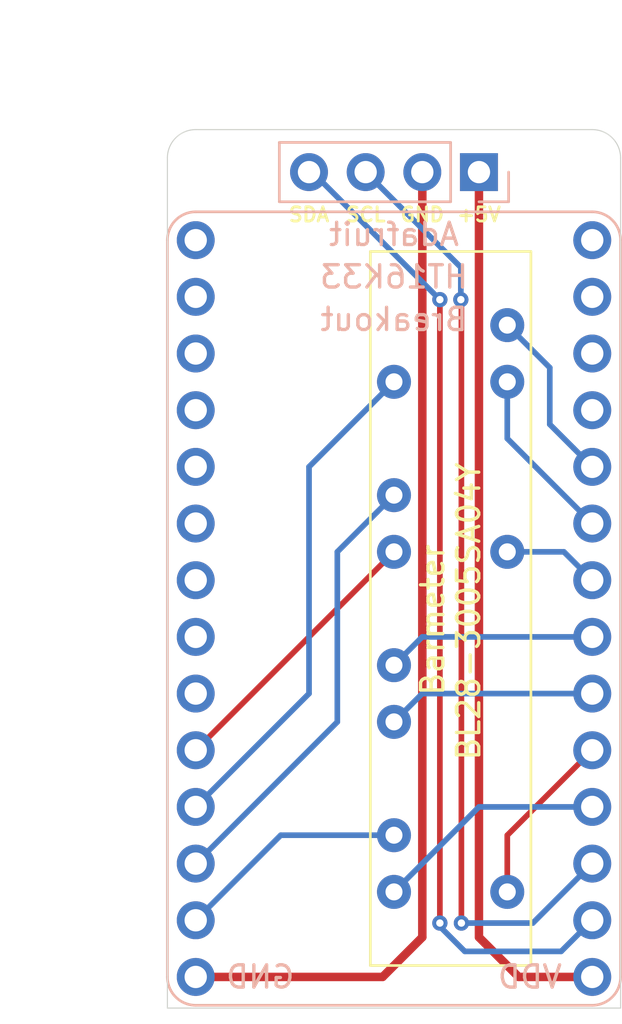
<source format=kicad_pcb>
(kicad_pcb (version 20171130) (host pcbnew "(5.1.5)-3")

  (general
    (thickness 1.6)
    (drawings 13)
    (tracks 51)
    (zones 0)
    (modules 3)
    (nets 16)
  )

  (page A4)
  (layers
    (0 F.Cu signal)
    (31 B.Cu signal)
    (32 B.Adhes user)
    (33 F.Adhes user)
    (34 B.Paste user)
    (35 F.Paste user)
    (36 B.SilkS user)
    (37 F.SilkS user)
    (38 B.Mask user)
    (39 F.Mask user)
    (40 Dwgs.User user)
    (41 Cmts.User user)
    (42 Eco1.User user)
    (43 Eco2.User user)
    (44 Edge.Cuts user)
    (45 Margin user)
    (46 B.CrtYd user)
    (47 F.CrtYd user)
    (48 B.Fab user hide)
    (49 F.Fab user)
  )

  (setup
    (last_trace_width 0.254)
    (user_trace_width 0.381)
    (user_trace_width 0.508)
    (trace_clearance 0.254)
    (zone_clearance 0.508)
    (zone_45_only no)
    (trace_min 0.1524)
    (via_size 0.6858)
    (via_drill 0.3302)
    (via_min_size 0.508)
    (via_min_drill 0.254)
    (uvia_size 0.6858)
    (uvia_drill 0.3302)
    (uvias_allowed no)
    (uvia_min_size 0)
    (uvia_min_drill 0)
    (edge_width 0.05)
    (segment_width 0.2)
    (pcb_text_width 0.3)
    (pcb_text_size 1.5 1.5)
    (mod_edge_width 0.12)
    (mod_text_size 1 1)
    (mod_text_width 0.15)
    (pad_size 1.524 1.524)
    (pad_drill 0.762)
    (pad_to_mask_clearance 0.0508)
    (aux_axis_origin 0 0)
    (grid_origin 107.95 118.745)
    (visible_elements 7FFFFFFF)
    (pcbplotparams
      (layerselection 0x010fc_ffffffff)
      (usegerberextensions false)
      (usegerberattributes false)
      (usegerberadvancedattributes false)
      (creategerberjobfile false)
      (excludeedgelayer true)
      (linewidth 0.100000)
      (plotframeref false)
      (viasonmask false)
      (mode 1)
      (useauxorigin false)
      (hpglpennumber 1)
      (hpglpenspeed 20)
      (hpglpendiameter 15.000000)
      (psnegative false)
      (psa4output false)
      (plotreference true)
      (plotvalue true)
      (plotinvisibletext false)
      (padsonsilk false)
      (subtractmaskfromsilk false)
      (outputformat 1)
      (mirror false)
      (drillshape 1)
      (scaleselection 1)
      (outputdirectory ""))
  )

  (net 0 "")
  (net 1 "Net-(B1-Pad22)")
  (net 2 "Net-(B1-Pad21)")
  (net 3 "Net-(B1-Pad19)")
  (net 4 "Net-(B1-Pad18)")
  (net 5 "Net-(B1-Pad15)")
  (net 6 "Net-(B1-Pad13)")
  (net 7 "Net-(B1-Pad11)")
  (net 8 "Net-(B1-Pad10)")
  (net 9 "Net-(B1-Pad7)")
  (net 10 "Net-(B1-Pad1)")
  (net 11 "Net-(J1-Pad4)")
  (net 12 "Net-(J1-Pad3)")
  (net 13 GND)
  (net 14 +5V)
  (net 15 "Net-(B1-Pad16)")

  (net_class Default "This is the default net class."
    (clearance 0.254)
    (trace_width 0.254)
    (via_dia 0.6858)
    (via_drill 0.3302)
    (uvia_dia 0.6858)
    (uvia_drill 0.3302)
    (diff_pair_width 0.254)
    (diff_pair_gap 0.1524)
    (add_net +5V)
    (add_net GND)
    (add_net "Net-(B1-Pad1)")
    (add_net "Net-(B1-Pad10)")
    (add_net "Net-(B1-Pad11)")
    (add_net "Net-(B1-Pad13)")
    (add_net "Net-(B1-Pad15)")
    (add_net "Net-(B1-Pad16)")
    (add_net "Net-(B1-Pad18)")
    (add_net "Net-(B1-Pad19)")
    (add_net "Net-(B1-Pad21)")
    (add_net "Net-(B1-Pad22)")
    (add_net "Net-(B1-Pad7)")
    (add_net "Net-(J1-Pad3)")
    (add_net "Net-(J1-Pad4)")
    (add_net "Net-(XA1-Pad10)")
    (add_net "Net-(XA1-Pad11)")
    (add_net "Net-(XA1-Pad12)")
    (add_net "Net-(XA1-Pad13)")
    (add_net "Net-(XA1-Pad14)")
    (add_net "Net-(XA1-Pad15)")
    (add_net "Net-(XA1-Pad16)")
    (add_net "Net-(XA1-Pad17)")
    (add_net "Net-(XA1-Pad18)")
    (add_net "Net-(XA1-Pad6)")
    (add_net "Net-(XA1-Pad7)")
    (add_net "Net-(XA1-Pad8)")
    (add_net "Net-(XA1-Pad9)")
  )

  (module cole_library:ht16k33_breakout (layer B.Cu) (tedit 6028A1A0) (tstamp 6029019A)
    (at 118.11 100.84)
    (path /6014F4D8)
    (fp_text reference XA1 (at 0 19.05) (layer B.SilkS) hide
      (effects (font (size 1 1) (thickness 0.15)) (justify mirror))
    )
    (fp_text value ht16k33_breakout (at 0 -19.05) (layer B.Fab)
      (effects (font (size 1 1) (thickness 0.15)) (justify mirror))
    )
    (fp_line (start -8.89 17.78) (end 8.89 17.78) (layer B.SilkS) (width 0.12))
    (fp_line (start 10.16 16.51) (end 10.16 -16.51) (layer B.SilkS) (width 0.12))
    (fp_line (start 8.89 -17.78) (end -8.89 -17.78) (layer B.SilkS) (width 0.12))
    (fp_line (start -10.16 -16.51) (end -10.16 16.51) (layer B.SilkS) (width 0.12))
    (fp_arc (start -8.89 -16.51) (end -10.16 -16.51) (angle 90) (layer B.SilkS) (width 0.12))
    (fp_arc (start 8.89 -16.51) (end 8.89 -17.78) (angle 90) (layer B.SilkS) (width 0.12))
    (fp_arc (start 8.89 16.51) (end 10.16 16.51) (angle 90) (layer B.SilkS) (width 0.12))
    (fp_arc (start -8.89 16.51) (end -8.89 17.78) (angle 90) (layer B.SilkS) (width 0.12))
    (fp_text user GND (at -7.62 16.51) (layer B.SilkS)
      (effects (font (size 1 1) (thickness 0.15)) (justify right mirror))
    )
    (fp_text user VDD (at 7.62 16.51) (layer B.SilkS)
      (effects (font (size 1 1) (thickness 0.15)) (justify left mirror))
    )
    (fp_text user Adafruit (at 0 -16.77 180) (layer B.SilkS)
      (effects (font (size 1 1) (thickness 0.15)) (justify mirror))
    )
    (fp_text user HT16K33 (at 0 -14.865 180) (layer B.SilkS)
      (effects (font (size 1 1) (thickness 0.15)) (justify mirror))
    )
    (fp_text user Breakout (at 0 -12.96 180) (layer B.SilkS)
      (effects (font (size 1 1) (thickness 0.15)) (justify mirror))
    )
    (pad 1 thru_hole circle (at -8.89 16.51) (size 1.7 1.7) (drill 1) (layers *.Cu *.Mask)
      (net 13 GND))
    (pad 2 thru_hole circle (at -8.89 13.97) (size 1.7 1.7) (drill 1) (layers *.Cu *.Mask)
      (net 2 "Net-(B1-Pad21)"))
    (pad 3 thru_hole circle (at -8.89 11.43) (size 1.7 1.7) (drill 1) (layers *.Cu *.Mask)
      (net 5 "Net-(B1-Pad15)"))
    (pad 4 thru_hole circle (at -8.89 8.89) (size 1.7 1.7) (drill 1) (layers *.Cu *.Mask)
      (net 6 "Net-(B1-Pad13)"))
    (pad 5 thru_hole circle (at -8.89 6.35) (size 1.7 1.7) (drill 1) (layers *.Cu *.Mask)
      (net 15 "Net-(B1-Pad16)"))
    (pad 6 thru_hole circle (at -8.89 3.81) (size 1.7 1.7) (drill 1) (layers *.Cu *.Mask))
    (pad 7 thru_hole circle (at -8.89 1.27) (size 1.7 1.7) (drill 1) (layers *.Cu *.Mask))
    (pad 8 thru_hole circle (at -8.89 -1.27) (size 1.7 1.7) (drill 1) (layers *.Cu *.Mask))
    (pad 9 thru_hole circle (at -8.89 -3.81) (size 1.7 1.7) (drill 1) (layers *.Cu *.Mask))
    (pad 10 thru_hole circle (at -8.89 -6.35) (size 1.7 1.7) (drill 1) (layers *.Cu *.Mask))
    (pad 11 thru_hole circle (at -8.89 -8.89) (size 1.7 1.7) (drill 1) (layers *.Cu *.Mask))
    (pad 12 thru_hole circle (at -8.89 -11.43) (size 1.7 1.7) (drill 1) (layers *.Cu *.Mask))
    (pad 13 thru_hole circle (at -8.89 -13.97) (size 1.7 1.7) (drill 1) (layers *.Cu *.Mask))
    (pad 14 thru_hole circle (at -8.89 -16.51) (size 1.7 1.7) (drill 1) (layers *.Cu *.Mask))
    (pad 15 thru_hole circle (at 8.89 -16.51) (size 1.7 1.7) (drill 1) (layers *.Cu *.Mask))
    (pad 16 thru_hole circle (at 8.89 -13.97) (size 1.7 1.7) (drill 1) (layers *.Cu *.Mask))
    (pad 17 thru_hole circle (at 8.89 -11.43) (size 1.7 1.7) (drill 1) (layers *.Cu *.Mask))
    (pad 18 thru_hole circle (at 8.89 -8.89) (size 1.7 1.7) (drill 1) (layers *.Cu *.Mask))
    (pad 19 thru_hole circle (at 8.89 -6.35) (size 1.7 1.7) (drill 1) (layers *.Cu *.Mask)
      (net 7 "Net-(B1-Pad11)"))
    (pad 20 thru_hole circle (at 8.89 -3.81) (size 1.7 1.7) (drill 1) (layers *.Cu *.Mask)
      (net 8 "Net-(B1-Pad10)"))
    (pad 21 thru_hole circle (at 8.89 -1.27) (size 1.7 1.7) (drill 1) (layers *.Cu *.Mask)
      (net 9 "Net-(B1-Pad7)"))
    (pad 22 thru_hole circle (at 8.89 1.27) (size 1.7 1.7) (drill 1) (layers *.Cu *.Mask)
      (net 4 "Net-(B1-Pad18)"))
    (pad 23 thru_hole circle (at 8.89 3.81) (size 1.7 1.7) (drill 1) (layers *.Cu *.Mask)
      (net 3 "Net-(B1-Pad19)"))
    (pad 24 thru_hole circle (at 8.89 6.35) (size 1.7 1.7) (drill 1) (layers *.Cu *.Mask)
      (net 10 "Net-(B1-Pad1)"))
    (pad 25 thru_hole circle (at 8.89 8.89) (size 1.7 1.7) (drill 1) (layers *.Cu *.Mask)
      (net 1 "Net-(B1-Pad22)"))
    (pad 26 thru_hole circle (at 8.89 11.43) (size 1.7 1.7) (drill 1) (layers *.Cu *.Mask)
      (net 12 "Net-(J1-Pad3)"))
    (pad 27 thru_hole circle (at 8.89 13.97) (size 1.7 1.7) (drill 1) (layers *.Cu *.Mask)
      (net 11 "Net-(J1-Pad4)"))
    (pad 28 thru_hole circle (at 8.89 16.51) (size 1.7 1.7) (drill 1) (layers *.Cu *.Mask)
      (net 14 +5V))
    (model W:/cole/KiCAD/proton_pack/cole_library.pretty/3d/ht16k33.wrl
      (offset (xyz 0 0 2.54))
      (scale (xyz 1 1 1))
      (rotate (xyz 0 0 0))
    )
  )

  (module cole_library:bargraph_bl28 (layer F.Cu) (tedit 6028A08E) (tstamp 6028A164)
    (at 120.65 100.838)
    (path /6014EB08)
    (fp_text reference B1 (at 0 17.018) (layer F.SilkS) hide
      (effects (font (size 1 1) (thickness 0.15)))
    )
    (fp_text value bargraph_bl28 (at 0 17.78) (layer F.Fab)
      (effects (font (size 1 1) (thickness 0.15)))
    )
    (fp_line (start -3.6 16) (end -3.6 -16) (layer F.SilkS) (width 0.12))
    (fp_line (start 3.6 16) (end 3.6 -16) (layer F.SilkS) (width 0.12))
    (fp_line (start -3.6 16) (end 3.6 16) (layer F.SilkS) (width 0.12))
    (fp_line (start -3.6 -16) (end 3.6 -16) (layer F.SilkS) (width 0.12))
    (pad 22 thru_hole circle (at -2.54 12.7) (size 1.524 1.524) (drill 0.762) (layers *.Cu *.Mask)
      (net 1 "Net-(B1-Pad22)"))
    (pad 21 thru_hole circle (at -2.54 10.16) (size 1.524 1.524) (drill 0.762) (layers *.Cu *.Mask)
      (net 2 "Net-(B1-Pad21)"))
    (pad 19 thru_hole circle (at -2.54 5.08) (size 1.524 1.524) (drill 0.762) (layers *.Cu *.Mask)
      (net 3 "Net-(B1-Pad19)"))
    (pad 18 thru_hole circle (at -2.54 2.54) (size 1.524 1.524) (drill 0.762) (layers *.Cu *.Mask)
      (net 4 "Net-(B1-Pad18)"))
    (pad 16 thru_hole circle (at -2.54 -2.54) (size 1.524 1.524) (drill 0.762) (layers *.Cu *.Mask)
      (net 15 "Net-(B1-Pad16)"))
    (pad 15 thru_hole circle (at -2.54 -5.08) (size 1.524 1.524) (drill 0.762) (layers *.Cu *.Mask)
      (net 5 "Net-(B1-Pad15)"))
    (pad 13 thru_hole circle (at -2.54 -10.16) (size 1.524 1.524) (drill 0.762) (layers *.Cu *.Mask)
      (net 6 "Net-(B1-Pad13)"))
    (pad 11 thru_hole circle (at 2.54 -12.7) (size 1.524 1.524) (drill 0.762) (layers *.Cu *.Mask)
      (net 7 "Net-(B1-Pad11)"))
    (pad 10 thru_hole circle (at 2.54 -10.16) (size 1.524 1.524) (drill 0.762) (layers *.Cu *.Mask)
      (net 8 "Net-(B1-Pad10)"))
    (pad 7 thru_hole circle (at 2.54 -2.54) (size 1.524 1.524) (drill 0.762) (layers *.Cu *.Mask)
      (net 9 "Net-(B1-Pad7)"))
    (pad 1 thru_hole circle (at 2.54 12.7) (size 1.524 1.524) (drill 0.762) (layers *.Cu *.Mask)
      (net 10 "Net-(B1-Pad1)"))
    (model W:/cole/KiCAD/proton_pack/cole_library.pretty/3d/bargraph_bl28.step
      (at (xyz 0 0 0))
      (scale (xyz 1 1 1))
      (rotate (xyz 0 0 180))
    )
  )

  (module Connector_PinHeader_2.54mm:PinHeader_1x04_P2.54mm_Vertical (layer B.Cu) (tedit 59FED5CC) (tstamp 6015C1C3)
    (at 121.92 81.28 90)
    (descr "Through hole straight pin header, 1x04, 2.54mm pitch, single row")
    (tags "Through hole pin header THT 1x04 2.54mm single row")
    (path /6017DCCD)
    (fp_text reference J1 (at 0 2.33 90) (layer B.SilkS) hide
      (effects (font (size 1 1) (thickness 0.15)) (justify mirror))
    )
    (fp_text value Conn_01x04_Male (at 0 -9.95 90) (layer B.Fab)
      (effects (font (size 1 1) (thickness 0.15)) (justify mirror))
    )
    (fp_text user %R (at 0 -3.81 180) (layer B.Fab)
      (effects (font (size 1 1) (thickness 0.15)) (justify mirror))
    )
    (fp_line (start 1.8 1.8) (end -1.8 1.8) (layer B.CrtYd) (width 0.05))
    (fp_line (start 1.8 -9.4) (end 1.8 1.8) (layer B.CrtYd) (width 0.05))
    (fp_line (start -1.8 -9.4) (end 1.8 -9.4) (layer B.CrtYd) (width 0.05))
    (fp_line (start -1.8 1.8) (end -1.8 -9.4) (layer B.CrtYd) (width 0.05))
    (fp_line (start -1.33 1.33) (end 0 1.33) (layer B.SilkS) (width 0.12))
    (fp_line (start -1.33 0) (end -1.33 1.33) (layer B.SilkS) (width 0.12))
    (fp_line (start -1.33 -1.27) (end 1.33 -1.27) (layer B.SilkS) (width 0.12))
    (fp_line (start 1.33 -1.27) (end 1.33 -8.95) (layer B.SilkS) (width 0.12))
    (fp_line (start -1.33 -1.27) (end -1.33 -8.95) (layer B.SilkS) (width 0.12))
    (fp_line (start -1.33 -8.95) (end 1.33 -8.95) (layer B.SilkS) (width 0.12))
    (fp_line (start -1.27 0.635) (end -0.635 1.27) (layer B.Fab) (width 0.1))
    (fp_line (start -1.27 -8.89) (end -1.27 0.635) (layer B.Fab) (width 0.1))
    (fp_line (start 1.27 -8.89) (end -1.27 -8.89) (layer B.Fab) (width 0.1))
    (fp_line (start 1.27 1.27) (end 1.27 -8.89) (layer B.Fab) (width 0.1))
    (fp_line (start -0.635 1.27) (end 1.27 1.27) (layer B.Fab) (width 0.1))
    (pad 4 thru_hole oval (at 0 -7.62 90) (size 1.7 1.7) (drill 1) (layers *.Cu *.Mask)
      (net 11 "Net-(J1-Pad4)"))
    (pad 3 thru_hole oval (at 0 -5.08 90) (size 1.7 1.7) (drill 1) (layers *.Cu *.Mask)
      (net 12 "Net-(J1-Pad3)"))
    (pad 2 thru_hole oval (at 0 -2.54 90) (size 1.7 1.7) (drill 1) (layers *.Cu *.Mask)
      (net 13 GND))
    (pad 1 thru_hole rect (at 0 0 90) (size 1.7 1.7) (drill 1) (layers *.Cu *.Mask)
      (net 14 +5V))
    (model ${KISYS3DMOD}/Connector_PinHeader_2.54mm.3dshapes/PinHeader_1x04_P2.54mm_Vertical.wrl
      (at (xyz 0 0 0))
      (scale (xyz 1 1 1))
      (rotate (xyz 0 0 0))
    )
  )

  (dimension 20.32 (width 0.15) (layer Dwgs.User)
    (gr_text "0.8000 in" (at 118.11 74.265) (layer Dwgs.User)
      (effects (font (size 1 1) (thickness 0.15)))
    )
    (feature1 (pts (xy 128.27 79.375) (xy 128.27 74.978579)))
    (feature2 (pts (xy 107.95 79.375) (xy 107.95 74.978579)))
    (crossbar (pts (xy 107.95 75.565) (xy 128.27 75.565)))
    (arrow1a (pts (xy 128.27 75.565) (xy 127.143496 76.151421)))
    (arrow1b (pts (xy 128.27 75.565) (xy 127.143496 74.978579)))
    (arrow2a (pts (xy 107.95 75.565) (xy 109.076504 76.151421)))
    (arrow2b (pts (xy 107.95 75.565) (xy 109.076504 74.978579)))
  )
  (dimension 39.37 (width 0.15) (layer Dwgs.User)
    (gr_text "1.5500 in" (at 104.11 99.06 90) (layer Dwgs.User)
      (effects (font (size 1 1) (thickness 0.15)))
    )
    (feature1 (pts (xy 107.95 79.375) (xy 104.823579 79.375)))
    (feature2 (pts (xy 107.95 118.745) (xy 104.823579 118.745)))
    (crossbar (pts (xy 105.41 118.745) (xy 105.41 79.375)))
    (arrow1a (pts (xy 105.41 79.375) (xy 105.996421 80.501504)))
    (arrow1b (pts (xy 105.41 79.375) (xy 104.823579 80.501504)))
    (arrow2a (pts (xy 105.41 118.745) (xy 105.996421 117.618496)))
    (arrow2b (pts (xy 105.41 118.745) (xy 104.823579 117.618496)))
  )
  (gr_text "Barmeter \nBL28-3005SA04Y" (at 120.65 100.965 90) (layer F.SilkS)
    (effects (font (size 1 1) (thickness 0.15)))
  )
  (gr_text SCL (at 116.84 83.185) (layer F.SilkS) (tstamp 6015CC2A)
    (effects (font (size 0.635 0.635) (thickness 0.127)))
  )
  (gr_text SDA (at 114.3 83.185) (layer F.SilkS) (tstamp 6015CC28)
    (effects (font (size 0.635 0.635) (thickness 0.127)))
  )
  (gr_text GND (at 119.38 83.185) (layer F.SilkS) (tstamp 6015CB74)
    (effects (font (size 0.635 0.635) (thickness 0.127)))
  )
  (gr_text +5V (at 121.92 83.185) (layer F.SilkS)
    (effects (font (size 0.635 0.635) (thickness 0.127)))
  )
  (gr_arc (start 127 80.645) (end 128.27 80.645) (angle -90) (layer Edge.Cuts) (width 0.05))
  (gr_arc (start 109.22 80.645) (end 109.22 79.375) (angle -90) (layer Edge.Cuts) (width 0.05))
  (gr_line (start 128.27 118.745) (end 107.95 118.745) (layer Edge.Cuts) (width 0.05) (tstamp 60158DB6))
  (gr_line (start 128.27 80.645) (end 128.27 118.745) (layer Edge.Cuts) (width 0.05))
  (gr_line (start 109.22 79.375) (end 127 79.375) (layer Edge.Cuts) (width 0.05))
  (gr_line (start 107.95 118.745) (end 107.95 80.645) (layer Edge.Cuts) (width 0.05))

  (segment (start 121.918 109.73) (end 127 109.73) (width 0.254) (layer B.Cu) (net 1))
  (segment (start 118.11 113.538) (end 121.918 109.73) (width 0.254) (layer B.Cu) (net 1))
  (segment (start 113.032 110.998) (end 118.11 110.998) (width 0.254) (layer B.Cu) (net 2))
  (segment (start 109.22 114.81) (end 113.032 110.998) (width 0.254) (layer B.Cu) (net 2))
  (segment (start 119.378 104.65) (end 127 104.65) (width 0.254) (layer B.Cu) (net 3))
  (segment (start 118.11 105.918) (end 119.378 104.65) (width 0.254) (layer B.Cu) (net 3))
  (segment (start 119.378 102.11) (end 127 102.11) (width 0.254) (layer B.Cu) (net 4))
  (segment (start 118.11 103.378) (end 119.378 102.11) (width 0.254) (layer B.Cu) (net 4))
  (segment (start 117.348001 96.519999) (end 118.11 95.758) (width 0.254) (layer B.Cu) (net 5))
  (segment (start 115.57 98.298) (end 117.348001 96.519999) (width 0.254) (layer B.Cu) (net 5))
  (segment (start 109.22 112.27) (end 115.57 105.92) (width 0.254) (layer B.Cu) (net 5))
  (segment (start 115.57 105.92) (end 115.57 98.298) (width 0.254) (layer B.Cu) (net 5))
  (segment (start 109.22 109.73) (end 114.3 104.65) (width 0.254) (layer B.Cu) (net 6))
  (segment (start 114.3 94.488) (end 118.11 90.678) (width 0.254) (layer B.Cu) (net 6))
  (segment (start 114.3 104.65) (end 114.3 94.488) (width 0.254) (layer B.Cu) (net 6))
  (segment (start 125.095 92.585) (end 126.150001 93.640001) (width 0.254) (layer B.Cu) (net 7))
  (segment (start 123.19 88.138) (end 125.095 90.043) (width 0.254) (layer B.Cu) (net 7))
  (segment (start 126.150001 93.640001) (end 127 94.49) (width 0.254) (layer B.Cu) (net 7))
  (segment (start 125.095 90.043) (end 125.095 92.585) (width 0.254) (layer B.Cu) (net 7))
  (segment (start 123.19 93.22) (end 127 97.03) (width 0.254) (layer B.Cu) (net 8))
  (segment (start 123.19 90.678) (end 123.19 93.22) (width 0.254) (layer B.Cu) (net 8))
  (segment (start 125.728 98.298) (end 127 99.57) (width 0.254) (layer B.Cu) (net 9))
  (segment (start 123.19 98.298) (end 125.728 98.298) (width 0.254) (layer B.Cu) (net 9))
  (segment (start 123.19 111) (end 127 107.19) (width 0.254) (layer F.Cu) (net 10))
  (segment (start 123.19 113.538) (end 123.19 111) (width 0.254) (layer F.Cu) (net 10))
  (via (at 120.1674 114.935) (size 0.6858) (drill 0.3302) (layers F.Cu B.Cu) (net 11))
  (via (at 120.1674 86.995) (size 0.6858) (drill 0.3302) (layers F.Cu B.Cu) (net 11))
  (segment (start 120.1674 114.935) (end 120.1674 86.995) (width 0.254) (layer F.Cu) (net 11))
  (segment (start 114.4524 81.28) (end 114.3 81.28) (width 0.254) (layer B.Cu) (net 11))
  (segment (start 120.1674 86.995) (end 114.4524 81.28) (width 0.254) (layer B.Cu) (net 11))
  (segment (start 125.605 116.205) (end 127 114.81) (width 0.254) (layer B.Cu) (net 11))
  (segment (start 121.285 116.205) (end 125.605 116.205) (width 0.254) (layer B.Cu) (net 11))
  (segment (start 120.1674 114.935) (end 120.1674 115.0874) (width 0.254) (layer B.Cu) (net 11))
  (segment (start 120.1674 115.0874) (end 121.285 116.205) (width 0.254) (layer B.Cu) (net 11))
  (via (at 121.1326 114.935) (size 0.6858) (drill 0.3302) (layers F.Cu B.Cu) (net 12))
  (segment (start 121.1326 114.935) (end 124.335 114.935) (width 0.254) (layer B.Cu) (net 12))
  (segment (start 126.150001 113.119999) (end 127 112.27) (width 0.254) (layer B.Cu) (net 12))
  (segment (start 124.335 114.935) (end 126.150001 113.119999) (width 0.254) (layer B.Cu) (net 12))
  (via (at 121.107203 86.995) (size 0.6858) (drill 0.3302) (layers F.Cu B.Cu) (net 12))
  (segment (start 121.1326 114.935) (end 121.1326 87.020397) (width 0.254) (layer F.Cu) (net 12))
  (segment (start 121.1326 87.020397) (end 121.107203 86.995) (width 0.254) (layer F.Cu) (net 12))
  (segment (start 121.107203 85.547203) (end 116.84 81.28) (width 0.254) (layer B.Cu) (net 12))
  (segment (start 121.107203 86.995) (end 121.107203 85.547203) (width 0.254) (layer B.Cu) (net 12))
  (segment (start 119.38 115.57) (end 117.6 117.35) (width 0.381) (layer F.Cu) (net 13))
  (segment (start 117.6 117.35) (end 109.22 117.35) (width 0.381) (layer F.Cu) (net 13))
  (segment (start 119.38 81.28) (end 119.38 115.57) (width 0.381) (layer F.Cu) (net 13))
  (segment (start 121.92 115.57) (end 123.7 117.35) (width 0.381) (layer F.Cu) (net 14))
  (segment (start 121.92 81.28) (end 121.92 115.57) (width 0.381) (layer F.Cu) (net 14))
  (segment (start 123.7 117.35) (end 127 117.35) (width 0.381) (layer F.Cu) (net 14))
  (segment (start 118.11 98.3) (end 118.11 98.298) (width 0.254) (layer F.Cu) (net 15))
  (segment (start 109.22 107.19) (end 118.11 98.3) (width 0.254) (layer F.Cu) (net 15))

)

</source>
